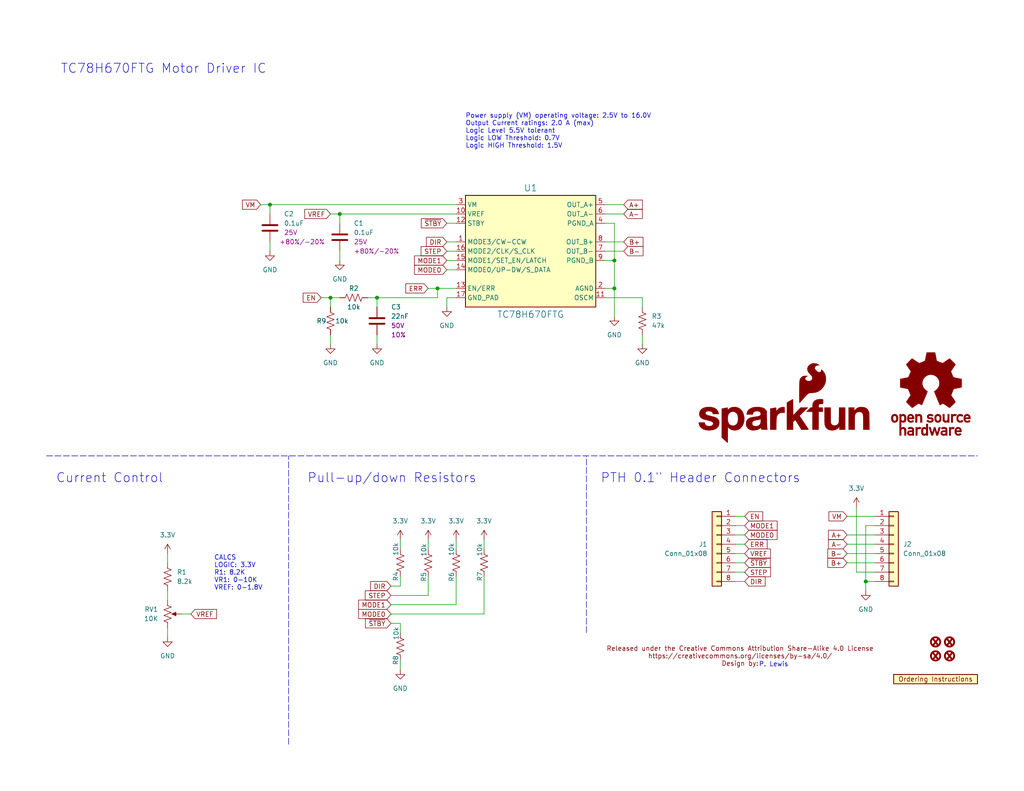
<source format=kicad_sch>
(kicad_sch (version 20230121) (generator eeschema)
  (paper "USLetter")
  (title_block (title "SparkFun Stepper Motor Carrier TC78H670FTG") (date "2024-02-16") (rev "v01"))
  (lib_symbols
    (symbol "SparkFun-Aesthetic:Creative_Commons_License"
      (symbol "Creative_Commons_License_1_1"
        (text "Released under the Creative Commons Attribution Share-Alike 4.0 License\nhttps://creativecommons.org/licenses/by-sa/4.0/\nDesign by:" (at 0 0 0) (effects (font (size 1.27 1.27))))
      )
    )
    (symbol "SparkFun-Aesthetic:Fiducial_0.5mm"
      (symbol "Fiducial_0.5mm_1_1"
        (text "x" (at 0 0.254 0) (effects (font (size 2.5 2.5) bold)))
      )
    )
    (symbol "SparkFun-Aesthetic:OSHW_Logo" (pin_names (offset 1.016)) (in_bom no))
    (symbol "SparkFun-Aesthetic:Ordering_Instructions"
      (symbol "Ordering_Instructions_1_1"
        (text "Ordering Instructions" (at 1.27 0 0) (effects (font (size 1.27 1.27))))
      )
    )
    (symbol "SparkFun-Aesthetic:SparkFun_Logo" (pin_names (offset 1.016)) (on_board no))
    (symbol "SparkFun-Capacitor:0.1uF_0603_25V_20%" (pin_numbers hide) (pin_names (offset 0.254))
      (property "Reference" "C" (at 0.635 2.54 0))
      (property "Value" "0.1uF" (at 0.635 -2.54 0))
      (property "Voltage" "25V" (at 0 -6.35 0))
      (property "Tolerance" "+80%/-20%" (at 0 -8.89 0))
      (symbol "0.1uF_0603_25V_20%_1_1"
        (pin passive line (at 0 3.81 270) (length 2.794) (name "~") (number "1"))
        (pin passive line (at 0 -3.81 90) (length 2.794) (name "~") (number "2"))
      )
    )
    (symbol "SparkFun-Capacitor:22nF_0603_50V_10%" (pin_numbers hide) (pin_names (offset 0.254))
      (property "Reference" "C" (at 0.635 2.54 0))
      (property "Value" "22nF" (at 0.635 -2.54 0))
      (property "Voltage" "50V" (at 0 -6.35 0))
      (property "Tolerance" "10%" (at 0 -8.89 0))
      (symbol "22nF_0603_50V_10%_1_1"
        (pin passive line (at 0 3.81 270) (length 2.794) (name "~") (number "1"))
        (pin passive line (at 0 -3.81 90) (length 2.794) (name "~") (number "2"))
      )
    )
    (symbol "SparkFun-Connector:Conn_01x08" (pin_names (offset 1.016) hide)
      (property "Reference" "J" (at 0 10.16 0))
      (property "Value" "Conn_01x08" (at 0 -12.7 0))
      (symbol "Conn_01x08_1_1"
        (pin passive line (at -5.08 7.62 0) (length 3.81) (name "Pin_1") (number "1"))
        (pin passive line (at -5.08 5.08 0) (length 3.81) (name "Pin_2") (number "2"))
        (pin passive line (at -5.08 2.54 0) (length 3.81) (name "Pin_3") (number "3"))
        (pin passive line (at -5.08 0 0) (length 3.81) (name "Pin_4") (number "4"))
        (pin passive line (at -5.08 -2.54 0) (length 3.81) (name "Pin_5") (number "5"))
        (pin passive line (at -5.08 -5.08 0) (length 3.81) (name "Pin_6") (number "6"))
        (pin passive line (at -5.08 -7.62 0) (length 3.81) (name "Pin_7") (number "7"))
        (pin passive line (at -5.08 -10.16 0) (length 3.81) (name "Pin_8") (number "8"))
      )
    )
    (symbol "SparkFun-PowerSymbol:3.3V" (power) (pin_names (offset 0))
      (property "Value" "3.3V" (at 0 3.556 0))
      (symbol "3.3V_1_1"
        (pin power_in line (at 0 0 90) (length 0) hide (name "3.3V") (number "1"))
      )
    )
    (symbol "SparkFun-PowerSymbol:GND" (power) (pin_names (offset 0))
      (property "Value" "GND" (at 0 -3.81 0))
      (symbol "GND_1_1"
        (pin power_in line (at 0 0 270) (length 0) hide (name "GND") (number "1"))
      )
    )
    (symbol "SparkFun-Resistor:10k_0603" (pin_numbers hide) (pin_names (offset 0))
      (property "Reference" "R" (at 0 -2.54 0))
      (property "Value" "10k" (at 0 2.54 0))
      (symbol "10k_0603_1_1"
        (pin passive line (at 3.81 0 180) (length 1.27) (name "~") (number "1"))
        (pin passive line (at -3.81 0 0) (length 1.27) (name "~") (number "2"))
      )
    )
    (symbol "SparkFun-Resistor:47k_0603" (pin_numbers hide) (pin_names (offset 0))
      (property "Reference" "R" (at 0 -2.54 0))
      (property "Value" "47k" (at 0 2.54 0))
      (symbol "47k_0603_1_1"
        (pin passive line (at 3.81 0 180) (length 1.27) (name "~") (number "1"))
        (pin passive line (at -3.81 0 0) (length 1.27) (name "~") (number "2"))
      )
    )
    (symbol "SparkFun-Resistor:8.2k_0603" (pin_numbers hide) (pin_names (offset 0))
      (property "Reference" "R" (at 0 -2.54 0))
      (property "Value" "8.2k" (at 0 2.54 0))
      (symbol "8.2k_0603_1_1"
        (pin passive line (at 3.81 0 180) (length 1.27) (name "~") (number "1"))
        (pin passive line (at -3.81 0 0) (length 1.27) (name "~") (number "2"))
      )
    )
    (symbol "SparkFun-Resistor:R_Trimpot_SMD_3MM_Closed" (pin_numbers hide) (pin_names (offset 1.016) hide)
      (property "Reference" "RV1" (at 0 2.54 0))
      (property "Value" "10K" (at 2.54 -2.54 0))
      (symbol "R_Trimpot_SMD_3MM_Closed_1_1"
        (pin passive line (at 3.81 0 180) (length 1.27) (name "~") (number "1"))
        (pin passive line (at 0 -3.81 90) (length 1.27) (name "~") (number "2"))
        (pin passive line (at -3.81 0 0) (length 1.27) (name "~") (number "3"))
      )
    )
    (symbol "SparkFun_ProDriver_TC78H670FTG-eagle-import:TC78H670FTG"
      (property "Reference" "U1" (at 0 16.256 0))
      (property "Value" "TC78H670FTG" (at 0 -16.256 0))
      (symbol "TC78H670FTG_1_0"
        (pin input line (at -20.32 2.54 0) (length 2.54) (name "MODE3/CW-CCW") (number "1"))
        (pin bidirectional line (at -20.32 10.16 0) (length 2.54) (name "VREF") (number "10"))
        (pin bidirectional line (at 20.32 -12.7 180) (length 2.54) (name "OSCM") (number "11"))
        (pin input line (at -20.32 7.62 0) (length 2.54) (name "STBY") (number "12"))
        (pin bidirectional line (at -20.32 -10.16 0) (length 2.54) (name "EN/ERR") (number "13"))
        (pin input line (at -20.32 -5.08 0) (length 2.54) (name "MODE0/UP-DW/S_DATA") (number "14"))
        (pin input line (at -20.32 -2.54 0) (length 2.54) (name "MODE1/SET_EN/LATCH") (number "15"))
        (pin input line (at -20.32 0 0) (length 2.54) (name "MODE2/CLK/S_CLK") (number "16"))
        (pin bidirectional line (at -20.32 -12.7 0) (length 2.54) (name "GND_PAD") (number "17"))
        (pin bidirectional line (at 20.32 -10.16 180) (length 2.54) (name "AGND") (number "2"))
        (pin power_in line (at -20.32 12.7 0) (length 2.54) (name "VM") (number "3"))
        (pin bidirectional line (at 20.32 7.62 180) (length 2.54) (name "PGND_A") (number "4"))
        (pin output line (at 20.32 12.7 180) (length 2.54) (name "OUT_A+") (number "5"))
        (pin output line (at 20.32 10.16 180) (length 2.54) (name "OUT_A-") (number "6"))
        (pin output line (at 20.32 0 180) (length 2.54) (name "OUT_B-") (number "7"))
        (pin output line (at 20.32 2.54 180) (length 2.54) (name "OUT_B+") (number "8"))
        (pin bidirectional line (at 20.32 -2.54 180) (length 2.54) (name "PGND_B") (number "9"))
      )
    )
  )
  (junction (at 119.38 78.74))
  (junction (at 73.66 55.88))
  (junction (at 167.64 71.12))
  (junction (at 92.71 58.42))
  (junction (at 90.17 81.28))
  (junction (at 236.22 158.75))
  (junction (at 102.87 81.28))
  (junction (at 167.64 78.74))
  (wire (pts (xy 200.66 148.59) (xy 203.2 148.59)))
  (wire (pts (xy 200.66 153.67) (xy 203.2 153.67)))
  (wire (pts (xy 102.87 81.28) (xy 102.87 83.82)))
  (wire (pts (xy 109.22 160.02) (xy 106.68 160.02)))
  (wire (pts (xy 170.18 66.04) (xy 165.1 66.04)))
  (wire (pts (xy 167.64 86.36) (xy 167.64 78.74)))
  (wire (pts (xy 124.46 157.48) (xy 124.46 165.1)))
  (wire (pts (xy 165.1 81.28) (xy 175.26 81.28)))
  (wire (pts (xy 90.17 81.28) (xy 87.63 81.28)))
  (polyline (pts (xy 78.74 203.2) (xy 78.74 124.46)) (stroke (width 0) (type dash)))
  (wire (pts (xy 100.33 81.28) (xy 102.87 81.28)))
  (wire (pts (xy 236.22 158.75) (xy 236.22 161.29)))
  (wire (pts (xy 231.14 140.97) (xy 238.76 140.97)))
  (wire (pts (xy 90.17 93.98) (xy 90.17 91.44)))
  (wire (pts (xy 90.17 58.42) (xy 92.71 58.42)))
  (wire (pts (xy 132.08 167.64) (xy 132.08 157.48)))
  (wire (pts (xy 200.66 151.13) (xy 203.2 151.13)))
  (wire (pts (xy 170.18 58.42) (xy 165.1 58.42)))
  (wire (pts (xy 175.26 93.98) (xy 175.26 91.44)))
  (wire (pts (xy 200.66 158.75) (xy 203.2 158.75)))
  (wire (pts (xy 116.84 147.32) (xy 116.84 149.86)))
  (wire (pts (xy 102.87 93.98) (xy 102.87 91.44)))
  (wire (pts (xy 109.22 170.18) (xy 106.68 170.18)))
  (wire (pts (xy 238.76 143.51) (xy 236.22 143.51)))
  (wire (pts (xy 231.14 148.59) (xy 238.76 148.59)))
  (wire (pts (xy 109.22 157.48) (xy 109.22 160.02)))
  (wire (pts (xy 231.14 151.13) (xy 238.76 151.13)))
  (wire (pts (xy 132.08 147.32) (xy 132.08 149.86)))
  (wire (pts (xy 165.1 71.12) (xy 167.64 71.12)))
  (wire (pts (xy 170.18 55.88) (xy 165.1 55.88)))
  (wire (pts (xy 92.71 58.42) (xy 124.46 58.42)))
  (wire (pts (xy 165.1 60.96) (xy 167.64 60.96)))
  (wire (pts (xy 124.46 68.58) (xy 121.92 68.58)))
  (wire (pts (xy 49.53 167.64) (xy 52.07 167.64)))
  (wire (pts (xy 92.71 68.58) (xy 92.71 71.12)))
  (wire (pts (xy 231.14 146.05) (xy 238.76 146.05)))
  (wire (pts (xy 167.64 71.12) (xy 167.64 78.74)))
  (wire (pts (xy 119.38 78.74) (xy 124.46 78.74)))
  (wire (pts (xy 238.76 156.21) (xy 233.68 156.21)))
  (wire (pts (xy 124.46 66.04) (xy 121.92 66.04)))
  (wire (pts (xy 116.84 157.48) (xy 116.84 162.56)))
  (wire (pts (xy 200.66 143.51) (xy 203.2 143.51)))
  (wire (pts (xy 109.22 182.88) (xy 109.22 180.34)))
  (wire (pts (xy 236.22 143.51) (xy 236.22 158.75)))
  (wire (pts (xy 71.12 55.88) (xy 73.66 55.88)))
  (wire (pts (xy 167.64 60.96) (xy 167.64 71.12)))
  (polyline (pts (xy 160.02 172.72) (xy 160.02 124.46)) (stroke (width 0) (type dash)))
  (wire (pts (xy 170.18 68.58) (xy 165.1 68.58)))
  (wire (pts (xy 73.66 55.88) (xy 124.46 55.88)))
  (wire (pts (xy 121.92 83.82) (xy 121.92 81.28)))
  (wire (pts (xy 119.38 78.74) (xy 119.38 81.28)))
  (wire (pts (xy 121.92 81.28) (xy 124.46 81.28)))
  (wire (pts (xy 116.84 78.74) (xy 119.38 78.74)))
  (polyline (pts (xy 12.7 124.46) (xy 266.7 124.46)) (stroke (width 0) (type dash)))
  (wire (pts (xy 124.46 60.96) (xy 121.92 60.96)))
  (wire (pts (xy 73.66 55.88) (xy 73.66 58.42)))
  (wire (pts (xy 109.22 147.32) (xy 109.22 149.86)))
  (wire (pts (xy 200.66 140.97) (xy 203.2 140.97)))
  (wire (pts (xy 92.71 81.28) (xy 90.17 81.28)))
  (wire (pts (xy 102.87 81.28) (xy 119.38 81.28)))
  (wire (pts (xy 124.46 147.32) (xy 124.46 149.86)))
  (wire (pts (xy 45.72 161.29) (xy 45.72 163.83)))
  (wire (pts (xy 200.66 146.05) (xy 203.2 146.05)))
  (wire (pts (xy 200.66 156.21) (xy 203.2 156.21)))
  (wire (pts (xy 73.66 66.04) (xy 73.66 68.58)))
  (wire (pts (xy 124.46 71.12) (xy 121.92 71.12)))
  (wire (pts (xy 90.17 81.28) (xy 90.17 83.82)))
  (wire (pts (xy 109.22 170.18) (xy 109.22 172.72)))
  (wire (pts (xy 106.68 162.56) (xy 116.84 162.56)))
  (wire (pts (xy 124.46 73.66) (xy 121.92 73.66)))
  (wire (pts (xy 233.68 138.43) (xy 233.68 156.21)))
  (wire (pts (xy 92.71 58.42) (xy 92.71 60.96)))
  (wire (pts (xy 106.68 165.1) (xy 124.46 165.1)))
  (wire (pts (xy 236.22 158.75) (xy 238.76 158.75)))
  (wire (pts (xy 165.1 78.74) (xy 167.64 78.74)))
  (wire (pts (xy 231.14 153.67) (xy 238.76 153.67)))
  (wire (pts (xy 106.68 167.64) (xy 132.08 167.64)))
  (wire (pts (xy 45.72 151.13) (xy 45.72 153.67)))
  (wire (pts (xy 45.72 171.45) (xy 45.72 173.99)))
  (wire (pts (xy 175.26 83.82) (xy 175.26 81.28)))
  (text "Current Control" (at 15.24 132.08 0) (effects (font (size 2.5 2.5)) (justify left bottom)))
  (text "P. Lewis\n" (at 207.0328 182.2356 0) (effects (font (size 1.27 1.27)) (justify left bottom)))
  (text "Pull-up/down Resistors" (at 83.82 132.08 0) (effects (font (size 2.5 2.5)) (justify left bottom)))
  (text "CALCS\nLOGIC: 3.3V\nR1: 8.2K\nVR1: 0-10K\nVREF: 0-1.8V" (at 58.42 161.29 0) (effects (font (size 1.27 1.27)) (justify left bottom)))
  (text "Power supply (VM) operating voltage: 2.5V to 16.0V\nOutput Current ratings: 2.0 A (max)\nLogic Level 5.5V tolerant\nLogic LOW Threshold: 0.7V\nLogic HIGH Threshold: 1.5V" (at 127 40.64 0) (effects (font (size 1.27 1.27)) (justify left bottom)))
  (text "PTH 0.1\" Header Connectors" (at 163.83 132.08 0) (effects (font (size 2.5 2.5)) (justify left bottom)))
  (text "TC78H670FTG Motor Driver IC\n" (at 16.51 20.32 0) (effects (font (size 2.5 2.5)) (justify left bottom)))
  (global_label "A-" (shape input) (at 170.18 58.42 0) (property "Intersheetrefs" "${INTERSHEET_REFS}" (effects hide)))
  (global_label "VREF" (shape input) (at 90.17 58.42 180) (property "Intersheetrefs" "${INTERSHEET_REFS}" (effects hide)))
  (global_label "~{STBY}" (shape input) (at 121.92 60.96 180) (property "Intersheetrefs" "${INTERSHEET_REFS}" (effects hide)))
  (global_label "EN" (shape input) (at 87.63 81.28 180) (property "Intersheetrefs" "${INTERSHEET_REFS}" (effects hide)))
  (global_label "STEP" (shape input) (at 203.2 156.21 0) (property "Intersheetrefs" "${INTERSHEET_REFS}" (effects hide)))
  (global_label "A+" (shape input) (at 170.18 55.88 0) (property "Intersheetrefs" "${INTERSHEET_REFS}" (effects hide)))
  (global_label "B-" (shape input) (at 231.14 151.13 180) (property "Intersheetrefs" "${INTERSHEET_REFS}" (effects hide)))
  (global_label "STEP" (shape input) (at 106.68 162.56 180) (property "Intersheetrefs" "${INTERSHEET_REFS}" (effects hide)))
  (global_label "STEP" (shape input) (at 121.92 68.58 180) (property "Intersheetrefs" "${INTERSHEET_REFS}" (effects hide)))
  (global_label "VM" (shape input) (at 71.12 55.88 180) (property "Intersheetrefs" "${INTERSHEET_REFS}" (effects hide)))
  (global_label "MODE0" (shape input) (at 203.2 146.05 0) (property "Intersheetrefs" "${INTERSHEET_REFS}" (effects hide)))
  (global_label "EN" (shape input) (at 203.2 140.97 0) (property "Intersheetrefs" "${INTERSHEET_REFS}" (effects hide)))
  (global_label "~{STBY}" (shape input) (at 203.2 153.67 0) (property "Intersheetrefs" "${INTERSHEET_REFS}" (effects hide)))
  (global_label "VREF" (shape input) (at 52.07 167.64 0) (property "Intersheetrefs" "${INTERSHEET_REFS}" (effects hide)))
  (global_label "~{STBY}" (shape input) (at 106.68 170.18 180) (property "Intersheetrefs" "${INTERSHEET_REFS}" (effects hide)))
  (global_label "MODE0" (shape input) (at 106.68 167.64 180) (property "Intersheetrefs" "${INTERSHEET_REFS}" (effects hide)))
  (global_label "B-" (shape input) (at 170.18 68.58 0) (property "Intersheetrefs" "${INTERSHEET_REFS}" (effects hide)))
  (global_label "ERR" (shape input) (at 116.84 78.74 180) (property "Intersheetrefs" "${INTERSHEET_REFS}" (effects hide)))
  (global_label "DIR" (shape input) (at 203.2 158.75 0) (property "Intersheetrefs" "${INTERSHEET_REFS}" (effects hide)))
  (global_label "MODE1" (shape input) (at 203.2 143.51 0) (property "Intersheetrefs" "${INTERSHEET_REFS}" (effects hide)))
  (global_label "MODE1" (shape input) (at 106.68 165.1 180) (property "Intersheetrefs" "${INTERSHEET_REFS}" (effects hide)))
  (global_label "A-" (shape input) (at 231.14 148.59 180) (property "Intersheetrefs" "${INTERSHEET_REFS}" (effects hide)))
  (global_label "A+" (shape input) (at 231.14 146.05 180) (property "Intersheetrefs" "${INTERSHEET_REFS}" (effects hide)))
  (global_label "VREF" (shape input) (at 203.2 151.13 0) (property "Intersheetrefs" "${INTERSHEET_REFS}" (effects hide)))
  (global_label "VM" (shape input) (at 231.14 140.97 180) (property "Intersheetrefs" "${INTERSHEET_REFS}" (effects hide)))
  (global_label "B+" (shape input) (at 170.18 66.04 0) (property "Intersheetrefs" "${INTERSHEET_REFS}" (effects hide)))
  (global_label "DIR" (shape input) (at 121.92 66.04 180) (property "Intersheetrefs" "${INTERSHEET_REFS}" (effects hide)))
  (global_label "MODE1" (shape input) (at 121.92 71.12 180) (property "Intersheetrefs" "${INTERSHEET_REFS}" (effects hide)))
  (global_label "MODE0" (shape input) (at 121.92 73.66 180) (property "Intersheetrefs" "${INTERSHEET_REFS}" (effects hide)))
  (global_label "DIR" (shape input) (at 106.68 160.02 180) (property "Intersheetrefs" "${INTERSHEET_REFS}" (effects hide)))
  (global_label "B+" (shape input) (at 231.14 153.67 180) (property "Intersheetrefs" "${INTERSHEET_REFS}" (effects hide)))
  (global_label "ERR" (shape input) (at 203.2 148.59 0) (property "Intersheetrefs" "${INTERSHEET_REFS}" (effects hide)))
  (symbol (lib_id "SparkFun-Aesthetic:SparkFun_Logo") (at 213.36 114.3 0) (unit 1) (on_board no)
    (property "Reference" "G2" (effects hide))
    (property "Value" "SparkFun_Logo" (effects hide))
  )
  (symbol (lib_id "SparkFun-Aesthetic:Fiducial_0.5mm") (at 259.08 179.07 0) (unit 1)
    (property "Reference" "FID4" (effects hide))
    (property "Value" "Fiducial_0.5mm" (effects hide))
    (property "Footprint" "SparkFun-Aesthetic:Fiducial_0.5mm_Mask1mm" (effects hide))
  )
  (symbol (lib_id "SparkFun-PowerSymbol:3.3V") (at 233.68 138.43 0) (unit 1)
    (property "Reference" "#PWR05" (effects hide))
    (property "Value" "3.3V" (at 233.68 133.35 0))
  )
  (symbol (lib_id "SparkFun-Resistor:10k_0603") (at 109.22 153.67 90) (unit 1)
    (property "Reference" "R4" (at 107.9954 156.0107 0) (effects (justify right)))
    (property "Value" "10k" (at 107.9954 148.0951 0) (effects (justify right)))
    (property "Footprint" "SparkFun-Resistor:R_0603_1608Metric" (effects hide))
    (property "Datasheet" "https://www.vishay.com/docs/20035/dcrcwe3.pdf" (effects hide))
    (property "PROD_ID" "RES-00824" (effects hide))
  )
  (symbol (lib_id "SparkFun-Resistor:10k_0603") (at 116.84 153.67 90) (unit 1)
    (property "Reference" "R5" (at 115.6157 156.1682 0) (effects (justify right)))
    (property "Value" "10k" (at 115.6551 148.3314 0) (effects (justify right)))
    (property "Footprint" "SparkFun-Resistor:R_0603_1608Metric" (effects hide))
    (property "Datasheet" "https://www.vishay.com/docs/20035/dcrcwe3.pdf" (effects hide))
    (property "PROD_ID" "RES-00824" (effects hide))
  )
  (symbol (lib_id "SparkFun-PowerSymbol:GND") (at 92.71 71.12 0) (unit 1)
    (property "Reference" "#PWR08" (effects hide))
    (property "Value" "GND" (at 92.71 76.2 0))
  )
  (symbol (lib_id "SparkFun-PowerSymbol:GND") (at 236.22 161.29 0) (unit 1)
    (property "Reference" "#PWR01" (effects hide))
    (property "Value" "GND" (at 236.22 166.37 0))
  )
  (symbol (lib_id "SparkFun-PowerSymbol:3.3V") (at 124.46 147.32 0) (unit 1)
    (property "Reference" "#PWR014" (effects hide))
    (property "Value" "3.3V" (at 124.46 142.24 0))
  )
  (symbol (lib_id "SparkFun-PowerSymbol:GND") (at 109.22 182.88 0) (unit 1)
    (property "Reference" "#PWR011" (effects hide))
    (property "Value" "GND" (at 109.22 187.96 0))
  )
  (symbol (lib_id "SparkFun-Resistor:10k_0603") (at 132.08 153.67 90) (unit 1)
    (property "Reference" "R7" (at 130.9422 156.0303 0) (effects (justify right)))
    (property "Value" "10k" (at 130.8831 148.2329 0) (effects (justify right)))
    (property "Footprint" "SparkFun-Resistor:R_0603_1608Metric" (effects hide))
    (property "Datasheet" "https://www.vishay.com/docs/20035/dcrcwe3.pdf" (effects hide))
    (property "PROD_ID" "RES-00824" (effects hide))
  )
  (symbol (lib_id "SparkFun-Resistor:8.2k_0603") (at 45.72 157.48 90) (unit 1)
    (property "Reference" "R1" (at 48.26 156.21 90) (effects (justify right)))
    (property "Value" "8.2k" (at 48.26 158.75 90) (effects (justify right)))
    (property "Footprint" "SparkFun-Resistor:R_0603_1608Metric" (effects hide))
    (property "Datasheet" "https://www.yageo.com/upload/media/product/products/datasheet/rchip/PYu-RC_Group_51_RoHS_L_12.pdf" (effects hide))
    (property "PROD_ID" "RES-10646" (effects hide))
  )
  (symbol (lib_id "SparkFun-PowerSymbol:GND") (at 45.72 173.99 0) (unit 1)
    (property "Reference" "#PWR06" (effects hide))
    (property "Value" "GND" (at 45.72 179.07 0))
  )
  (symbol (lib_id "SparkFun-PowerSymbol:3.3V") (at 109.22 147.32 0) (unit 1)
    (property "Reference" "#PWR012" (effects hide))
    (property "Value" "3.3V" (at 109.22 142.24 0))
  )
  (symbol (lib_id "SparkFun-PowerSymbol:GND") (at 73.66 68.58 0) (unit 1)
    (property "Reference" "#PWR09" (effects hide))
    (property "Value" "GND" (at 73.66 73.66 0))
  )
  (symbol (lib_id "SparkFun-PowerSymbol:GND") (at 167.64 86.36 0) (unit 1)
    (property "Reference" "#PWR03" (effects hide))
    (property "Value" "GND" (at 167.64 91.44 0))
  )
  (symbol (lib_id "SparkFun-Aesthetic:Creative_Commons_License") (at 201.93 179.07 0) (unit 1)
    (property "Reference" "ref**1" (effects hide))
    (property "Value" "val**" (effects hide))
    (property "Footprint" "SparkFun-Aesthetic:Creative_Commons_License" (effects hide))
  )
  (symbol (lib_id "SparkFun-PowerSymbol:GND") (at 175.26 93.98 0) (unit 1)
    (property "Reference" "#PWR010" (effects hide))
    (property "Value" "GND" (at 175.26 99.06 0))
  )
  (symbol (lib_id "SparkFun-Resistor:10k_0603") (at 109.22 176.53 90) (unit 1)
    (property "Reference" "R8" (at 107.9828 178.9107 0) (effects (justify right)))
    (property "Value" "10k" (at 108.101 171.1133 0) (effects (justify right)))
    (property "Footprint" "SparkFun-Resistor:R_0603_1608Metric" (effects hide))
    (property "Datasheet" "https://www.vishay.com/docs/20035/dcrcwe3.pdf" (effects hide))
    (property "PROD_ID" "RES-00824" (effects hide))
  )
  (symbol (lib_id "SparkFun-PowerSymbol:GND") (at 121.92 83.82 0) (unit 1)
    (property "Reference" "#PWR02" (effects hide))
    (property "Value" "GND" (at 121.92 88.9 0))
  )
  (symbol (lib_id "SparkFun-Resistor:10k_0603") (at 90.17 87.63 90) (unit 1)
    (property "Reference" "R9" (at 86.36 87.63 90) (effects (justify right)))
    (property "Value" "10k" (at 91.44 87.63 90) (effects (justify right)))
    (property "Footprint" "SparkFun-Resistor:R_0603_1608Metric" (effects hide))
    (property "Datasheet" "https://www.vishay.com/docs/20035/dcrcwe3.pdf" (effects hide))
    (property "PROD_ID" "RES-00824" (effects hide))
  )
  (symbol (lib_id "SparkFun-Capacitor:0.1uF_0603_25V_20%") (at 92.71 64.77 0) (unit 1)
    (property "Reference" "C1" (at 96.52 60.96 0) (effects (justify left)))
    (property "Value" "0.1uF" (at 96.52 63.5 0) (effects (justify left)))
    (property "Footprint" "SparkFun-Capacitor:C_0603_1608Metric" (effects hide))
    (property "Datasheet" "https://cdn.sparkfun.com/assets/8/a/4/a/5/Kemet_Capacitor_Datasheet.pdf" (effects hide))
    (property "PROD_ID" "CAP-00810" (effects hide))
    (property "Voltage" "25V" (at 96.52 66.04 0) (effects (justify left)))
    (property "Tolerance" "+80%/-20%" (at 96.52 68.58 0) (effects (justify left)))
  )
  (symbol (lib_id "SparkFun-Aesthetic:Fiducial_0.5mm") (at 255.27 179.07 0) (unit 1)
    (property "Reference" "FID3" (effects hide))
    (property "Value" "Fiducial_0.5mm" (effects hide))
    (property "Footprint" "SparkFun-Aesthetic:Fiducial_0.5mm_Mask1mm" (effects hide))
  )
  (symbol (lib_id "SparkFun-Resistor:47k_0603") (at 175.26 87.63 90) (unit 1)
    (property "Reference" "R3" (at 177.8 86.36 90) (effects (justify right)))
    (property "Value" "47k" (at 177.8 88.9 90) (effects (justify right)))
    (property "Footprint" "SparkFun-Resistor:R_0603_1608Metric" (effects hide))
    (property "Datasheet" "https://www.vishay.com/docs/20035/dcrcwe3.pdf" (effects hide))
    (property "PROD_ID" "RES-07871" (effects hide))
  )
  (symbol (lib_id "SparkFun-PowerSymbol:3.3V") (at 132.08 147.32 0) (unit 1)
    (property "Reference" "#PWR015" (effects hide))
    (property "Value" "3.3V" (at 132.08 142.24 0))
  )
  (symbol (lib_id "SparkFun-Resistor:R_Trimpot_SMD_3MM_Closed") (at 45.72 167.64 90) (unit 1)
    (property "Reference" "RV1" (at 43.18 166.37 90) (effects (justify left)))
    (property "Value" "10K" (at 43.18 168.91 90) (effects (justify left)))
    (property "Footprint" "SparkFun-Resistor:TRIMPOT-SMD-3MM-CLOSED" (effects hide))
    (property "PROD_ID" "RES-09285" (effects hide))
  )
  (symbol (lib_id "SparkFun-Aesthetic:OSHW_Logo") (at 254 111.76 0) (unit 1) (in_bom no)
    (property "Reference" "G1" (effects hide))
    (property "Value" "OSHW_Logo" (effects hide))
    (property "Footprint" "SparkFun-Aesthetic:Creative_Commons_License" (effects hide))
  )
  (symbol (lib_id "SparkFun-Capacitor:22nF_0603_50V_10%") (at 102.87 87.63 0) (unit 1)
    (property "Reference" "C3" (at 106.68 83.82 0) (effects (justify left)))
    (property "Value" "22nF" (at 106.68 86.36 0) (effects (justify left)))
    (property "Footprint" "SparkFun-Capacitor:C_0603_1608Metric" (effects hide))
    (property "Datasheet" "https://www.niccomp.com/products/catalog/nmc2.pdf" (effects hide))
    (property "PROD_ID" "CAP-07885" (effects hide))
    (property "Voltage" "50V" (at 106.68 88.9 0) (effects (justify left)))
    (property "Tolerance" "10%" (at 106.68 91.44 0) (effects (justify left)))
  )
  (symbol (lib_id "SparkFun-PowerSymbol:3.3V") (at 45.72 151.13 0) (unit 1)
    (property "Reference" "#PWR07" (effects hide))
    (property "Value" "3.3V" (at 45.72 146.05 0))
  )
  (symbol (lib_id "SparkFun-Connector:Conn_01x08") (at 243.84 148.59 0) (unit 1)
    (property "Reference" "J2" (at 246.38 148.59 0) (effects (justify left)))
    (property "Value" "Conn_01x08" (at 246.38 151.13 0) (effects (justify left)))
    (property "Footprint" "SparkFun-Connector:1X08" (effects hide))
  )
  (symbol (lib_id "SparkFun_ProDriver_TC78H670FTG-eagle-import:TC78H670FTG") (at 144.78 68.58 0) (unit 1)
    (property "Reference" "U1" (at 144.78 52.324 0) (effects (font (size 1.778 1.778)) (justify bottom)))
    (property "Value" "TC78H670FTG" (at 144.78 84.836 0) (effects (font (size 1.778 1.778)) (justify top)))
    (property "Footprint" "SparkFun-IC-Special-Function:P-VQFN16-0303-0.50-001" (effects hide))
    (property "PROD_ID" "IC-15170" (effects hide))
  )
  (symbol (lib_id "SparkFun-Resistor:10k_0603") (at 124.46 153.67 90) (unit 1)
    (property "Reference" "R6" (at 123.2038 156.1485 0) (effects (justify right)))
    (property "Value" "10k" (at 123.2038 148.1738 0) (effects (justify right)))
    (property "Footprint" "SparkFun-Resistor:R_0603_1608Metric" (effects hide))
    (property "Datasheet" "https://www.vishay.com/docs/20035/dcrcwe3.pdf" (effects hide))
    (property "PROD_ID" "RES-00824" (effects hide))
  )
  (symbol (lib_id "SparkFun-Aesthetic:Fiducial_0.5mm") (at 259.08 175.26 0) (unit 1)
    (property "Reference" "FID2" (effects hide))
    (property "Value" "Fiducial_0.5mm" (effects hide))
    (property "Footprint" "SparkFun-Aesthetic:Fiducial_0.5mm_Mask1mm" (effects hide))
  )
  (symbol (lib_id "SparkFun-PowerSymbol:GND") (at 102.87 93.98 0) (unit 1)
    (property "Reference" "#PWR017" (effects hide))
    (property "Value" "GND" (at 102.87 99.06 0))
  )
  (symbol (lib_id "SparkFun-PowerSymbol:3.3V") (at 116.84 147.32 0) (unit 1)
    (property "Reference" "#PWR013" (effects hide))
    (property "Value" "3.3V" (at 116.84 142.24 0))
  )
  (symbol (lib_id "SparkFun-PowerSymbol:GND") (at 90.17 93.98 0) (unit 1)
    (property "Reference" "#PWR016" (effects hide))
    (property "Value" "GND" (at 90.17 99.06 0))
  )
  (symbol (lib_id "SparkFun-Aesthetic:Fiducial_0.5mm") (at 255.27 175.26 0) (unit 1)
    (property "Reference" "FID1" (effects hide))
    (property "Value" "Fiducial_0.5mm" (effects hide))
    (property "Footprint" "SparkFun-Aesthetic:Fiducial_0.5mm_Mask1mm" (effects hide))
  )
  (symbol (lib_id "SparkFun-Connector:Conn_01x08") (at 195.58 148.59 0) (mirror y) (unit 1)
    (property "Reference" "J1" (at 193.04 148.59 0) (effects (justify left)))
    (property "Value" "Conn_01x08" (at 193.04 151.13 0) (effects (justify left)))
    (property "Footprint" "SparkFun-Connector:1X08" (effects hide))
  )
  (symbol (lib_id "SparkFun-Capacitor:0.1uF_0603_25V_20%") (at 73.66 62.23 0) (unit 1)
    (property "Reference" "C2" (at 77.47 58.42 0) (effects (justify left)))
    (property "Value" "0.1uF" (at 77.47 60.96 0) (effects (justify left)))
    (property "Footprint" "SparkFun-Capacitor:C_0603_1608Metric" (effects hide))
    (property "Datasheet" "https://cdn.sparkfun.com/assets/8/a/4/a/5/Kemet_Capacitor_Datasheet.pdf" (effects hide))
    (property "PROD_ID" "CAP-00810" (effects hide))
    (property "Voltage" "25V" (at 77.47 63.5 0) (effects (justify left)))
    (property "Tolerance" "+80%/-20%" (at 76.2 66.04 0) (effects (justify left)))
  )
  (symbol (lib_id "SparkFun-Resistor:10k_0603") (at 96.52 81.28 0) (unit 1)
    (property "Reference" "R2" (at 96.52 78.74 0))
    (property "Value" "10k" (at 96.52 83.82 0))
    (property "Footprint" "SparkFun-Resistor:R_0603_1608Metric" (effects hide))
    (property "Datasheet" "https://www.vishay.com/docs/20035/dcrcwe3.pdf" (effects hide))
    (property "PROD_ID" "RES-00824" (effects hide))
  )
  (symbol (lib_id "SparkFun-Aesthetic:Ordering_Instructions") (at 254 185.42 0) (unit 1)
    (property "Reference" "U2" (effects hide))
    (property "Footprint" "SparkFun-Aesthetic:ORDERING_INSTRUCTIONS" (effects hide))
  )
)
</source>
